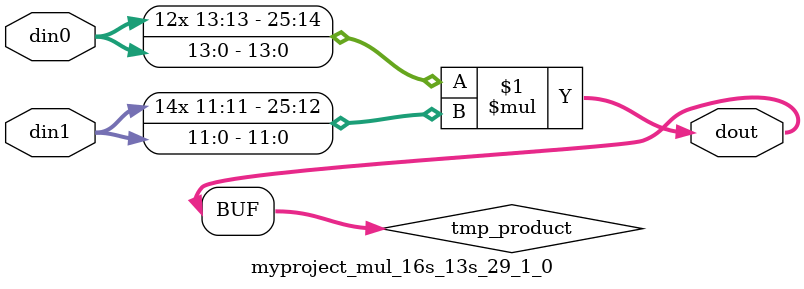
<source format=v>

`timescale 1 ns / 1 ps

  module myproject_mul_16s_13s_29_1_0(din0, din1, dout);
parameter ID = 1;
parameter NUM_STAGE = 0;
parameter din0_WIDTH = 14;
parameter din1_WIDTH = 12;
parameter dout_WIDTH = 26;

input [din0_WIDTH - 1 : 0] din0; 
input [din1_WIDTH - 1 : 0] din1; 
output [dout_WIDTH - 1 : 0] dout;

wire signed [dout_WIDTH - 1 : 0] tmp_product;













assign tmp_product = $signed(din0) * $signed(din1);








assign dout = tmp_product;







endmodule

</source>
